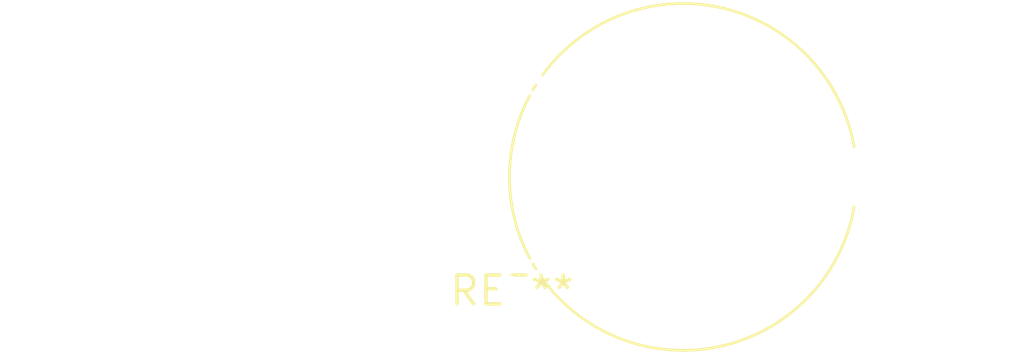
<source format=kicad_pcb>
(kicad_pcb (version 20240108) (generator pcbnew)
  (layers (0 "F.Cu" signal) (31 "B.Cu" signal) (34 "B.Paste" user) (35 "F.Paste" user) (36 "B.SilkS" user "B.Silkscreen") (37 "F.SilkS" user "F.Silkscreen") (38 "B.Mask" user) (39 "F.Mask" user) (44 "Edge.Cuts" user))
  (net 0 "")
  (footprint "Potentiometer_Piher_PT-15-V15_Vertical_Hole" (layer "F.Cu") (at 0 0)
    (property "Reference" "REF**")
    (property "Value" "Potentiometer_Piher_PT-15-V15_Vertical_Hole")
    (fp_arc (start 0.772013 -1.423856) (mid -0.119358 -5.001051) (end 0.773 -8.578) (layer "F.SilkS") (stroke (width 0.12)))
    (fp_arc (start 0.902012 -8.810055) (mid 0.969511 -8.924625) (end 1.039 -9.038) (layer "F.SilkS") (stroke (width 0.12)))
    (fp_arc (start 1.037952 -0.963019) (mid 0.968481 -1.076412) (end 0.901 -1.191) (layer "F.SilkS") (stroke (width 0.12)))
    (fp_arc (start 1.335622 -9.480307) (mid 9.21553 -12.424935) (end 15.005 -6.322) (layer "F.SilkS") (stroke (width 0.12)))
    (fp_arc (start 7.632064 2.618548) (mid 4.099288 1.818715) (end 1.335 -0.522) (layer "F.SilkS") (stroke (width 0.12)))
    (fp_arc (start 15.004235 -3.676801) (mid 12.398042 0.837259) (end 7.5 2.62) (layer "F.SilkS") (stroke (width 0.12)))
    (pad "" np_thru_hole circle (at 7.5 -5) (size 7 7) (drill 7) (layers *.Cu *.Mask))
    (pad "1" thru_hole circle (at 0 0) (size 2.34 2.34) (drill 1.3) (layers *.Cu *.Mask) (remove_unused_layers))
    (pad "2" thru_hole circle (at 15 -5) (size 2.34 2.34) (drill 1.3) (layers *.Cu *.Mask) (remove_unused_layers))
    (pad "3" thru_hole circle (at 0 -10) (size 2.34 2.34) (drill 1.3) (layers *.Cu *.Mask) (remove_unused_layers))
  )
)
</source>
